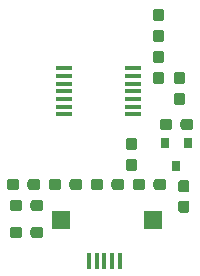
<source format=gbr>
%TF.GenerationSoftware,KiCad,Pcbnew,5.1.2*%
%TF.CreationDate,2019-09-03T08:08:03+08:00*%
%TF.ProjectId,stm32l011d4p6,73746d33-326c-4303-9131-643470362e6b,rev?*%
%TF.SameCoordinates,Original*%
%TF.FileFunction,Paste,Top*%
%TF.FilePolarity,Positive*%
%FSLAX46Y46*%
G04 Gerber Fmt 4.6, Leading zero omitted, Abs format (unit mm)*
G04 Created by KiCad (PCBNEW 5.1.2) date 2019-09-03 08:08:03*
%MOMM*%
%LPD*%
G04 APERTURE LIST*
%ADD10R,0.800000X0.900000*%
%ADD11R,1.450000X0.450000*%
%ADD12R,1.500000X1.500000*%
%ADD13C,0.350000*%
%ADD14C,0.950000*%
%ADD15R,0.400000X1.350000*%
G04 APERTURE END LIST*
D10*
X161290000Y-78470000D03*
X160340000Y-76470000D03*
X162240000Y-76470000D03*
D11*
X157636000Y-70186000D03*
X157636000Y-70836000D03*
X157636000Y-71486000D03*
X157636000Y-72136000D03*
X157636000Y-72786000D03*
X157636000Y-73436000D03*
X157636000Y-74086000D03*
X151736000Y-74086000D03*
X151736000Y-73436000D03*
X151736000Y-72786000D03*
X151736000Y-72136000D03*
X151736000Y-71486000D03*
X151736000Y-70836000D03*
X151736000Y-70186000D03*
D12*
X159348000Y-83058000D03*
X151548000Y-83058000D03*
D13*
G36*
X156633779Y-79536144D02*
G01*
X156656834Y-79539563D01*
X156679443Y-79545227D01*
X156701387Y-79553079D01*
X156722457Y-79563044D01*
X156742448Y-79575026D01*
X156761168Y-79588910D01*
X156778438Y-79604562D01*
X156794090Y-79621832D01*
X156807974Y-79640552D01*
X156819956Y-79660543D01*
X156829921Y-79681613D01*
X156837773Y-79703557D01*
X156843437Y-79726166D01*
X156846856Y-79749221D01*
X156848000Y-79772500D01*
X156848000Y-80247500D01*
X156846856Y-80270779D01*
X156843437Y-80293834D01*
X156837773Y-80316443D01*
X156829921Y-80338387D01*
X156819956Y-80359457D01*
X156807974Y-80379448D01*
X156794090Y-80398168D01*
X156778438Y-80415438D01*
X156761168Y-80431090D01*
X156742448Y-80444974D01*
X156722457Y-80456956D01*
X156701387Y-80466921D01*
X156679443Y-80474773D01*
X156656834Y-80480437D01*
X156633779Y-80483856D01*
X156610500Y-80485000D01*
X156035500Y-80485000D01*
X156012221Y-80483856D01*
X155989166Y-80480437D01*
X155966557Y-80474773D01*
X155944613Y-80466921D01*
X155923543Y-80456956D01*
X155903552Y-80444974D01*
X155884832Y-80431090D01*
X155867562Y-80415438D01*
X155851910Y-80398168D01*
X155838026Y-80379448D01*
X155826044Y-80359457D01*
X155816079Y-80338387D01*
X155808227Y-80316443D01*
X155802563Y-80293834D01*
X155799144Y-80270779D01*
X155798000Y-80247500D01*
X155798000Y-79772500D01*
X155799144Y-79749221D01*
X155802563Y-79726166D01*
X155808227Y-79703557D01*
X155816079Y-79681613D01*
X155826044Y-79660543D01*
X155838026Y-79640552D01*
X155851910Y-79621832D01*
X155867562Y-79604562D01*
X155884832Y-79588910D01*
X155903552Y-79575026D01*
X155923543Y-79563044D01*
X155944613Y-79553079D01*
X155966557Y-79545227D01*
X155989166Y-79539563D01*
X156012221Y-79536144D01*
X156035500Y-79535000D01*
X156610500Y-79535000D01*
X156633779Y-79536144D01*
X156633779Y-79536144D01*
G37*
D14*
X156323000Y-80010000D03*
D13*
G36*
X154883779Y-79536144D02*
G01*
X154906834Y-79539563D01*
X154929443Y-79545227D01*
X154951387Y-79553079D01*
X154972457Y-79563044D01*
X154992448Y-79575026D01*
X155011168Y-79588910D01*
X155028438Y-79604562D01*
X155044090Y-79621832D01*
X155057974Y-79640552D01*
X155069956Y-79660543D01*
X155079921Y-79681613D01*
X155087773Y-79703557D01*
X155093437Y-79726166D01*
X155096856Y-79749221D01*
X155098000Y-79772500D01*
X155098000Y-80247500D01*
X155096856Y-80270779D01*
X155093437Y-80293834D01*
X155087773Y-80316443D01*
X155079921Y-80338387D01*
X155069956Y-80359457D01*
X155057974Y-80379448D01*
X155044090Y-80398168D01*
X155028438Y-80415438D01*
X155011168Y-80431090D01*
X154992448Y-80444974D01*
X154972457Y-80456956D01*
X154951387Y-80466921D01*
X154929443Y-80474773D01*
X154906834Y-80480437D01*
X154883779Y-80483856D01*
X154860500Y-80485000D01*
X154285500Y-80485000D01*
X154262221Y-80483856D01*
X154239166Y-80480437D01*
X154216557Y-80474773D01*
X154194613Y-80466921D01*
X154173543Y-80456956D01*
X154153552Y-80444974D01*
X154134832Y-80431090D01*
X154117562Y-80415438D01*
X154101910Y-80398168D01*
X154088026Y-80379448D01*
X154076044Y-80359457D01*
X154066079Y-80338387D01*
X154058227Y-80316443D01*
X154052563Y-80293834D01*
X154049144Y-80270779D01*
X154048000Y-80247500D01*
X154048000Y-79772500D01*
X154049144Y-79749221D01*
X154052563Y-79726166D01*
X154058227Y-79703557D01*
X154066079Y-79681613D01*
X154076044Y-79660543D01*
X154088026Y-79640552D01*
X154101910Y-79621832D01*
X154117562Y-79604562D01*
X154134832Y-79588910D01*
X154153552Y-79575026D01*
X154173543Y-79563044D01*
X154194613Y-79553079D01*
X154216557Y-79545227D01*
X154239166Y-79539563D01*
X154262221Y-79536144D01*
X154285500Y-79535000D01*
X154860500Y-79535000D01*
X154883779Y-79536144D01*
X154883779Y-79536144D01*
G37*
D14*
X154573000Y-80010000D03*
D13*
G36*
X151327779Y-79536144D02*
G01*
X151350834Y-79539563D01*
X151373443Y-79545227D01*
X151395387Y-79553079D01*
X151416457Y-79563044D01*
X151436448Y-79575026D01*
X151455168Y-79588910D01*
X151472438Y-79604562D01*
X151488090Y-79621832D01*
X151501974Y-79640552D01*
X151513956Y-79660543D01*
X151523921Y-79681613D01*
X151531773Y-79703557D01*
X151537437Y-79726166D01*
X151540856Y-79749221D01*
X151542000Y-79772500D01*
X151542000Y-80247500D01*
X151540856Y-80270779D01*
X151537437Y-80293834D01*
X151531773Y-80316443D01*
X151523921Y-80338387D01*
X151513956Y-80359457D01*
X151501974Y-80379448D01*
X151488090Y-80398168D01*
X151472438Y-80415438D01*
X151455168Y-80431090D01*
X151436448Y-80444974D01*
X151416457Y-80456956D01*
X151395387Y-80466921D01*
X151373443Y-80474773D01*
X151350834Y-80480437D01*
X151327779Y-80483856D01*
X151304500Y-80485000D01*
X150729500Y-80485000D01*
X150706221Y-80483856D01*
X150683166Y-80480437D01*
X150660557Y-80474773D01*
X150638613Y-80466921D01*
X150617543Y-80456956D01*
X150597552Y-80444974D01*
X150578832Y-80431090D01*
X150561562Y-80415438D01*
X150545910Y-80398168D01*
X150532026Y-80379448D01*
X150520044Y-80359457D01*
X150510079Y-80338387D01*
X150502227Y-80316443D01*
X150496563Y-80293834D01*
X150493144Y-80270779D01*
X150492000Y-80247500D01*
X150492000Y-79772500D01*
X150493144Y-79749221D01*
X150496563Y-79726166D01*
X150502227Y-79703557D01*
X150510079Y-79681613D01*
X150520044Y-79660543D01*
X150532026Y-79640552D01*
X150545910Y-79621832D01*
X150561562Y-79604562D01*
X150578832Y-79588910D01*
X150597552Y-79575026D01*
X150617543Y-79563044D01*
X150638613Y-79553079D01*
X150660557Y-79545227D01*
X150683166Y-79539563D01*
X150706221Y-79536144D01*
X150729500Y-79535000D01*
X151304500Y-79535000D01*
X151327779Y-79536144D01*
X151327779Y-79536144D01*
G37*
D14*
X151017000Y-80010000D03*
D13*
G36*
X153077779Y-79536144D02*
G01*
X153100834Y-79539563D01*
X153123443Y-79545227D01*
X153145387Y-79553079D01*
X153166457Y-79563044D01*
X153186448Y-79575026D01*
X153205168Y-79588910D01*
X153222438Y-79604562D01*
X153238090Y-79621832D01*
X153251974Y-79640552D01*
X153263956Y-79660543D01*
X153273921Y-79681613D01*
X153281773Y-79703557D01*
X153287437Y-79726166D01*
X153290856Y-79749221D01*
X153292000Y-79772500D01*
X153292000Y-80247500D01*
X153290856Y-80270779D01*
X153287437Y-80293834D01*
X153281773Y-80316443D01*
X153273921Y-80338387D01*
X153263956Y-80359457D01*
X153251974Y-80379448D01*
X153238090Y-80398168D01*
X153222438Y-80415438D01*
X153205168Y-80431090D01*
X153186448Y-80444974D01*
X153166457Y-80456956D01*
X153145387Y-80466921D01*
X153123443Y-80474773D01*
X153100834Y-80480437D01*
X153077779Y-80483856D01*
X153054500Y-80485000D01*
X152479500Y-80485000D01*
X152456221Y-80483856D01*
X152433166Y-80480437D01*
X152410557Y-80474773D01*
X152388613Y-80466921D01*
X152367543Y-80456956D01*
X152347552Y-80444974D01*
X152328832Y-80431090D01*
X152311562Y-80415438D01*
X152295910Y-80398168D01*
X152282026Y-80379448D01*
X152270044Y-80359457D01*
X152260079Y-80338387D01*
X152252227Y-80316443D01*
X152246563Y-80293834D01*
X152243144Y-80270779D01*
X152242000Y-80247500D01*
X152242000Y-79772500D01*
X152243144Y-79749221D01*
X152246563Y-79726166D01*
X152252227Y-79703557D01*
X152260079Y-79681613D01*
X152270044Y-79660543D01*
X152282026Y-79640552D01*
X152295910Y-79621832D01*
X152311562Y-79604562D01*
X152328832Y-79588910D01*
X152347552Y-79575026D01*
X152367543Y-79563044D01*
X152388613Y-79553079D01*
X152410557Y-79545227D01*
X152433166Y-79539563D01*
X152456221Y-79536144D01*
X152479500Y-79535000D01*
X153054500Y-79535000D01*
X153077779Y-79536144D01*
X153077779Y-79536144D01*
G37*
D14*
X152767000Y-80010000D03*
D13*
G36*
X149775779Y-83600144D02*
G01*
X149798834Y-83603563D01*
X149821443Y-83609227D01*
X149843387Y-83617079D01*
X149864457Y-83627044D01*
X149884448Y-83639026D01*
X149903168Y-83652910D01*
X149920438Y-83668562D01*
X149936090Y-83685832D01*
X149949974Y-83704552D01*
X149961956Y-83724543D01*
X149971921Y-83745613D01*
X149979773Y-83767557D01*
X149985437Y-83790166D01*
X149988856Y-83813221D01*
X149990000Y-83836500D01*
X149990000Y-84311500D01*
X149988856Y-84334779D01*
X149985437Y-84357834D01*
X149979773Y-84380443D01*
X149971921Y-84402387D01*
X149961956Y-84423457D01*
X149949974Y-84443448D01*
X149936090Y-84462168D01*
X149920438Y-84479438D01*
X149903168Y-84495090D01*
X149884448Y-84508974D01*
X149864457Y-84520956D01*
X149843387Y-84530921D01*
X149821443Y-84538773D01*
X149798834Y-84544437D01*
X149775779Y-84547856D01*
X149752500Y-84549000D01*
X149177500Y-84549000D01*
X149154221Y-84547856D01*
X149131166Y-84544437D01*
X149108557Y-84538773D01*
X149086613Y-84530921D01*
X149065543Y-84520956D01*
X149045552Y-84508974D01*
X149026832Y-84495090D01*
X149009562Y-84479438D01*
X148993910Y-84462168D01*
X148980026Y-84443448D01*
X148968044Y-84423457D01*
X148958079Y-84402387D01*
X148950227Y-84380443D01*
X148944563Y-84357834D01*
X148941144Y-84334779D01*
X148940000Y-84311500D01*
X148940000Y-83836500D01*
X148941144Y-83813221D01*
X148944563Y-83790166D01*
X148950227Y-83767557D01*
X148958079Y-83745613D01*
X148968044Y-83724543D01*
X148980026Y-83704552D01*
X148993910Y-83685832D01*
X149009562Y-83668562D01*
X149026832Y-83652910D01*
X149045552Y-83639026D01*
X149065543Y-83627044D01*
X149086613Y-83617079D01*
X149108557Y-83609227D01*
X149131166Y-83603563D01*
X149154221Y-83600144D01*
X149177500Y-83599000D01*
X149752500Y-83599000D01*
X149775779Y-83600144D01*
X149775779Y-83600144D01*
G37*
D14*
X149465000Y-84074000D03*
D13*
G36*
X148025779Y-83600144D02*
G01*
X148048834Y-83603563D01*
X148071443Y-83609227D01*
X148093387Y-83617079D01*
X148114457Y-83627044D01*
X148134448Y-83639026D01*
X148153168Y-83652910D01*
X148170438Y-83668562D01*
X148186090Y-83685832D01*
X148199974Y-83704552D01*
X148211956Y-83724543D01*
X148221921Y-83745613D01*
X148229773Y-83767557D01*
X148235437Y-83790166D01*
X148238856Y-83813221D01*
X148240000Y-83836500D01*
X148240000Y-84311500D01*
X148238856Y-84334779D01*
X148235437Y-84357834D01*
X148229773Y-84380443D01*
X148221921Y-84402387D01*
X148211956Y-84423457D01*
X148199974Y-84443448D01*
X148186090Y-84462168D01*
X148170438Y-84479438D01*
X148153168Y-84495090D01*
X148134448Y-84508974D01*
X148114457Y-84520956D01*
X148093387Y-84530921D01*
X148071443Y-84538773D01*
X148048834Y-84544437D01*
X148025779Y-84547856D01*
X148002500Y-84549000D01*
X147427500Y-84549000D01*
X147404221Y-84547856D01*
X147381166Y-84544437D01*
X147358557Y-84538773D01*
X147336613Y-84530921D01*
X147315543Y-84520956D01*
X147295552Y-84508974D01*
X147276832Y-84495090D01*
X147259562Y-84479438D01*
X147243910Y-84462168D01*
X147230026Y-84443448D01*
X147218044Y-84423457D01*
X147208079Y-84402387D01*
X147200227Y-84380443D01*
X147194563Y-84357834D01*
X147191144Y-84334779D01*
X147190000Y-84311500D01*
X147190000Y-83836500D01*
X147191144Y-83813221D01*
X147194563Y-83790166D01*
X147200227Y-83767557D01*
X147208079Y-83745613D01*
X147218044Y-83724543D01*
X147230026Y-83704552D01*
X147243910Y-83685832D01*
X147259562Y-83668562D01*
X147276832Y-83652910D01*
X147295552Y-83639026D01*
X147315543Y-83627044D01*
X147336613Y-83617079D01*
X147358557Y-83609227D01*
X147381166Y-83603563D01*
X147404221Y-83600144D01*
X147427500Y-83599000D01*
X148002500Y-83599000D01*
X148025779Y-83600144D01*
X148025779Y-83600144D01*
G37*
D14*
X147715000Y-84074000D03*
D13*
G36*
X157740779Y-77821144D02*
G01*
X157763834Y-77824563D01*
X157786443Y-77830227D01*
X157808387Y-77838079D01*
X157829457Y-77848044D01*
X157849448Y-77860026D01*
X157868168Y-77873910D01*
X157885438Y-77889562D01*
X157901090Y-77906832D01*
X157914974Y-77925552D01*
X157926956Y-77945543D01*
X157936921Y-77966613D01*
X157944773Y-77988557D01*
X157950437Y-78011166D01*
X157953856Y-78034221D01*
X157955000Y-78057500D01*
X157955000Y-78632500D01*
X157953856Y-78655779D01*
X157950437Y-78678834D01*
X157944773Y-78701443D01*
X157936921Y-78723387D01*
X157926956Y-78744457D01*
X157914974Y-78764448D01*
X157901090Y-78783168D01*
X157885438Y-78800438D01*
X157868168Y-78816090D01*
X157849448Y-78829974D01*
X157829457Y-78841956D01*
X157808387Y-78851921D01*
X157786443Y-78859773D01*
X157763834Y-78865437D01*
X157740779Y-78868856D01*
X157717500Y-78870000D01*
X157242500Y-78870000D01*
X157219221Y-78868856D01*
X157196166Y-78865437D01*
X157173557Y-78859773D01*
X157151613Y-78851921D01*
X157130543Y-78841956D01*
X157110552Y-78829974D01*
X157091832Y-78816090D01*
X157074562Y-78800438D01*
X157058910Y-78783168D01*
X157045026Y-78764448D01*
X157033044Y-78744457D01*
X157023079Y-78723387D01*
X157015227Y-78701443D01*
X157009563Y-78678834D01*
X157006144Y-78655779D01*
X157005000Y-78632500D01*
X157005000Y-78057500D01*
X157006144Y-78034221D01*
X157009563Y-78011166D01*
X157015227Y-77988557D01*
X157023079Y-77966613D01*
X157033044Y-77945543D01*
X157045026Y-77925552D01*
X157058910Y-77906832D01*
X157074562Y-77889562D01*
X157091832Y-77873910D01*
X157110552Y-77860026D01*
X157130543Y-77848044D01*
X157151613Y-77838079D01*
X157173557Y-77830227D01*
X157196166Y-77824563D01*
X157219221Y-77821144D01*
X157242500Y-77820000D01*
X157717500Y-77820000D01*
X157740779Y-77821144D01*
X157740779Y-77821144D01*
G37*
D14*
X157480000Y-78345000D03*
D13*
G36*
X157740779Y-76071144D02*
G01*
X157763834Y-76074563D01*
X157786443Y-76080227D01*
X157808387Y-76088079D01*
X157829457Y-76098044D01*
X157849448Y-76110026D01*
X157868168Y-76123910D01*
X157885438Y-76139562D01*
X157901090Y-76156832D01*
X157914974Y-76175552D01*
X157926956Y-76195543D01*
X157936921Y-76216613D01*
X157944773Y-76238557D01*
X157950437Y-76261166D01*
X157953856Y-76284221D01*
X157955000Y-76307500D01*
X157955000Y-76882500D01*
X157953856Y-76905779D01*
X157950437Y-76928834D01*
X157944773Y-76951443D01*
X157936921Y-76973387D01*
X157926956Y-76994457D01*
X157914974Y-77014448D01*
X157901090Y-77033168D01*
X157885438Y-77050438D01*
X157868168Y-77066090D01*
X157849448Y-77079974D01*
X157829457Y-77091956D01*
X157808387Y-77101921D01*
X157786443Y-77109773D01*
X157763834Y-77115437D01*
X157740779Y-77118856D01*
X157717500Y-77120000D01*
X157242500Y-77120000D01*
X157219221Y-77118856D01*
X157196166Y-77115437D01*
X157173557Y-77109773D01*
X157151613Y-77101921D01*
X157130543Y-77091956D01*
X157110552Y-77079974D01*
X157091832Y-77066090D01*
X157074562Y-77050438D01*
X157058910Y-77033168D01*
X157045026Y-77014448D01*
X157033044Y-76994457D01*
X157023079Y-76973387D01*
X157015227Y-76951443D01*
X157009563Y-76928834D01*
X157006144Y-76905779D01*
X157005000Y-76882500D01*
X157005000Y-76307500D01*
X157006144Y-76284221D01*
X157009563Y-76261166D01*
X157015227Y-76238557D01*
X157023079Y-76216613D01*
X157033044Y-76195543D01*
X157045026Y-76175552D01*
X157058910Y-76156832D01*
X157074562Y-76139562D01*
X157091832Y-76123910D01*
X157110552Y-76110026D01*
X157130543Y-76098044D01*
X157151613Y-76088079D01*
X157173557Y-76080227D01*
X157196166Y-76074563D01*
X157219221Y-76071144D01*
X157242500Y-76070000D01*
X157717500Y-76070000D01*
X157740779Y-76071144D01*
X157740779Y-76071144D01*
G37*
D14*
X157480000Y-76595000D03*
D15*
X156494000Y-86534000D03*
X155844000Y-86534000D03*
X155194000Y-86534000D03*
X154544000Y-86534000D03*
X153894000Y-86534000D03*
D13*
G36*
X158439779Y-79536144D02*
G01*
X158462834Y-79539563D01*
X158485443Y-79545227D01*
X158507387Y-79553079D01*
X158528457Y-79563044D01*
X158548448Y-79575026D01*
X158567168Y-79588910D01*
X158584438Y-79604562D01*
X158600090Y-79621832D01*
X158613974Y-79640552D01*
X158625956Y-79660543D01*
X158635921Y-79681613D01*
X158643773Y-79703557D01*
X158649437Y-79726166D01*
X158652856Y-79749221D01*
X158654000Y-79772500D01*
X158654000Y-80247500D01*
X158652856Y-80270779D01*
X158649437Y-80293834D01*
X158643773Y-80316443D01*
X158635921Y-80338387D01*
X158625956Y-80359457D01*
X158613974Y-80379448D01*
X158600090Y-80398168D01*
X158584438Y-80415438D01*
X158567168Y-80431090D01*
X158548448Y-80444974D01*
X158528457Y-80456956D01*
X158507387Y-80466921D01*
X158485443Y-80474773D01*
X158462834Y-80480437D01*
X158439779Y-80483856D01*
X158416500Y-80485000D01*
X157841500Y-80485000D01*
X157818221Y-80483856D01*
X157795166Y-80480437D01*
X157772557Y-80474773D01*
X157750613Y-80466921D01*
X157729543Y-80456956D01*
X157709552Y-80444974D01*
X157690832Y-80431090D01*
X157673562Y-80415438D01*
X157657910Y-80398168D01*
X157644026Y-80379448D01*
X157632044Y-80359457D01*
X157622079Y-80338387D01*
X157614227Y-80316443D01*
X157608563Y-80293834D01*
X157605144Y-80270779D01*
X157604000Y-80247500D01*
X157604000Y-79772500D01*
X157605144Y-79749221D01*
X157608563Y-79726166D01*
X157614227Y-79703557D01*
X157622079Y-79681613D01*
X157632044Y-79660543D01*
X157644026Y-79640552D01*
X157657910Y-79621832D01*
X157673562Y-79604562D01*
X157690832Y-79588910D01*
X157709552Y-79575026D01*
X157729543Y-79563044D01*
X157750613Y-79553079D01*
X157772557Y-79545227D01*
X157795166Y-79539563D01*
X157818221Y-79536144D01*
X157841500Y-79535000D01*
X158416500Y-79535000D01*
X158439779Y-79536144D01*
X158439779Y-79536144D01*
G37*
D14*
X158129000Y-80010000D03*
D13*
G36*
X160189779Y-79536144D02*
G01*
X160212834Y-79539563D01*
X160235443Y-79545227D01*
X160257387Y-79553079D01*
X160278457Y-79563044D01*
X160298448Y-79575026D01*
X160317168Y-79588910D01*
X160334438Y-79604562D01*
X160350090Y-79621832D01*
X160363974Y-79640552D01*
X160375956Y-79660543D01*
X160385921Y-79681613D01*
X160393773Y-79703557D01*
X160399437Y-79726166D01*
X160402856Y-79749221D01*
X160404000Y-79772500D01*
X160404000Y-80247500D01*
X160402856Y-80270779D01*
X160399437Y-80293834D01*
X160393773Y-80316443D01*
X160385921Y-80338387D01*
X160375956Y-80359457D01*
X160363974Y-80379448D01*
X160350090Y-80398168D01*
X160334438Y-80415438D01*
X160317168Y-80431090D01*
X160298448Y-80444974D01*
X160278457Y-80456956D01*
X160257387Y-80466921D01*
X160235443Y-80474773D01*
X160212834Y-80480437D01*
X160189779Y-80483856D01*
X160166500Y-80485000D01*
X159591500Y-80485000D01*
X159568221Y-80483856D01*
X159545166Y-80480437D01*
X159522557Y-80474773D01*
X159500613Y-80466921D01*
X159479543Y-80456956D01*
X159459552Y-80444974D01*
X159440832Y-80431090D01*
X159423562Y-80415438D01*
X159407910Y-80398168D01*
X159394026Y-80379448D01*
X159382044Y-80359457D01*
X159372079Y-80338387D01*
X159364227Y-80316443D01*
X159358563Y-80293834D01*
X159355144Y-80270779D01*
X159354000Y-80247500D01*
X159354000Y-79772500D01*
X159355144Y-79749221D01*
X159358563Y-79726166D01*
X159364227Y-79703557D01*
X159372079Y-79681613D01*
X159382044Y-79660543D01*
X159394026Y-79640552D01*
X159407910Y-79621832D01*
X159423562Y-79604562D01*
X159440832Y-79588910D01*
X159459552Y-79575026D01*
X159479543Y-79563044D01*
X159500613Y-79553079D01*
X159522557Y-79545227D01*
X159545166Y-79539563D01*
X159568221Y-79536144D01*
X159591500Y-79535000D01*
X160166500Y-79535000D01*
X160189779Y-79536144D01*
X160189779Y-79536144D01*
G37*
D14*
X159879000Y-80010000D03*
D13*
G36*
X149521779Y-79536144D02*
G01*
X149544834Y-79539563D01*
X149567443Y-79545227D01*
X149589387Y-79553079D01*
X149610457Y-79563044D01*
X149630448Y-79575026D01*
X149649168Y-79588910D01*
X149666438Y-79604562D01*
X149682090Y-79621832D01*
X149695974Y-79640552D01*
X149707956Y-79660543D01*
X149717921Y-79681613D01*
X149725773Y-79703557D01*
X149731437Y-79726166D01*
X149734856Y-79749221D01*
X149736000Y-79772500D01*
X149736000Y-80247500D01*
X149734856Y-80270779D01*
X149731437Y-80293834D01*
X149725773Y-80316443D01*
X149717921Y-80338387D01*
X149707956Y-80359457D01*
X149695974Y-80379448D01*
X149682090Y-80398168D01*
X149666438Y-80415438D01*
X149649168Y-80431090D01*
X149630448Y-80444974D01*
X149610457Y-80456956D01*
X149589387Y-80466921D01*
X149567443Y-80474773D01*
X149544834Y-80480437D01*
X149521779Y-80483856D01*
X149498500Y-80485000D01*
X148923500Y-80485000D01*
X148900221Y-80483856D01*
X148877166Y-80480437D01*
X148854557Y-80474773D01*
X148832613Y-80466921D01*
X148811543Y-80456956D01*
X148791552Y-80444974D01*
X148772832Y-80431090D01*
X148755562Y-80415438D01*
X148739910Y-80398168D01*
X148726026Y-80379448D01*
X148714044Y-80359457D01*
X148704079Y-80338387D01*
X148696227Y-80316443D01*
X148690563Y-80293834D01*
X148687144Y-80270779D01*
X148686000Y-80247500D01*
X148686000Y-79772500D01*
X148687144Y-79749221D01*
X148690563Y-79726166D01*
X148696227Y-79703557D01*
X148704079Y-79681613D01*
X148714044Y-79660543D01*
X148726026Y-79640552D01*
X148739910Y-79621832D01*
X148755562Y-79604562D01*
X148772832Y-79588910D01*
X148791552Y-79575026D01*
X148811543Y-79563044D01*
X148832613Y-79553079D01*
X148854557Y-79545227D01*
X148877166Y-79539563D01*
X148900221Y-79536144D01*
X148923500Y-79535000D01*
X149498500Y-79535000D01*
X149521779Y-79536144D01*
X149521779Y-79536144D01*
G37*
D14*
X149211000Y-80010000D03*
D13*
G36*
X147771779Y-79536144D02*
G01*
X147794834Y-79539563D01*
X147817443Y-79545227D01*
X147839387Y-79553079D01*
X147860457Y-79563044D01*
X147880448Y-79575026D01*
X147899168Y-79588910D01*
X147916438Y-79604562D01*
X147932090Y-79621832D01*
X147945974Y-79640552D01*
X147957956Y-79660543D01*
X147967921Y-79681613D01*
X147975773Y-79703557D01*
X147981437Y-79726166D01*
X147984856Y-79749221D01*
X147986000Y-79772500D01*
X147986000Y-80247500D01*
X147984856Y-80270779D01*
X147981437Y-80293834D01*
X147975773Y-80316443D01*
X147967921Y-80338387D01*
X147957956Y-80359457D01*
X147945974Y-80379448D01*
X147932090Y-80398168D01*
X147916438Y-80415438D01*
X147899168Y-80431090D01*
X147880448Y-80444974D01*
X147860457Y-80456956D01*
X147839387Y-80466921D01*
X147817443Y-80474773D01*
X147794834Y-80480437D01*
X147771779Y-80483856D01*
X147748500Y-80485000D01*
X147173500Y-80485000D01*
X147150221Y-80483856D01*
X147127166Y-80480437D01*
X147104557Y-80474773D01*
X147082613Y-80466921D01*
X147061543Y-80456956D01*
X147041552Y-80444974D01*
X147022832Y-80431090D01*
X147005562Y-80415438D01*
X146989910Y-80398168D01*
X146976026Y-80379448D01*
X146964044Y-80359457D01*
X146954079Y-80338387D01*
X146946227Y-80316443D01*
X146940563Y-80293834D01*
X146937144Y-80270779D01*
X146936000Y-80247500D01*
X146936000Y-79772500D01*
X146937144Y-79749221D01*
X146940563Y-79726166D01*
X146946227Y-79703557D01*
X146954079Y-79681613D01*
X146964044Y-79660543D01*
X146976026Y-79640552D01*
X146989910Y-79621832D01*
X147005562Y-79604562D01*
X147022832Y-79588910D01*
X147041552Y-79575026D01*
X147061543Y-79563044D01*
X147082613Y-79553079D01*
X147104557Y-79545227D01*
X147127166Y-79539563D01*
X147150221Y-79536144D01*
X147173500Y-79535000D01*
X147748500Y-79535000D01*
X147771779Y-79536144D01*
X147771779Y-79536144D01*
G37*
D14*
X147461000Y-80010000D03*
D13*
G36*
X162475779Y-74456144D02*
G01*
X162498834Y-74459563D01*
X162521443Y-74465227D01*
X162543387Y-74473079D01*
X162564457Y-74483044D01*
X162584448Y-74495026D01*
X162603168Y-74508910D01*
X162620438Y-74524562D01*
X162636090Y-74541832D01*
X162649974Y-74560552D01*
X162661956Y-74580543D01*
X162671921Y-74601613D01*
X162679773Y-74623557D01*
X162685437Y-74646166D01*
X162688856Y-74669221D01*
X162690000Y-74692500D01*
X162690000Y-75167500D01*
X162688856Y-75190779D01*
X162685437Y-75213834D01*
X162679773Y-75236443D01*
X162671921Y-75258387D01*
X162661956Y-75279457D01*
X162649974Y-75299448D01*
X162636090Y-75318168D01*
X162620438Y-75335438D01*
X162603168Y-75351090D01*
X162584448Y-75364974D01*
X162564457Y-75376956D01*
X162543387Y-75386921D01*
X162521443Y-75394773D01*
X162498834Y-75400437D01*
X162475779Y-75403856D01*
X162452500Y-75405000D01*
X161877500Y-75405000D01*
X161854221Y-75403856D01*
X161831166Y-75400437D01*
X161808557Y-75394773D01*
X161786613Y-75386921D01*
X161765543Y-75376956D01*
X161745552Y-75364974D01*
X161726832Y-75351090D01*
X161709562Y-75335438D01*
X161693910Y-75318168D01*
X161680026Y-75299448D01*
X161668044Y-75279457D01*
X161658079Y-75258387D01*
X161650227Y-75236443D01*
X161644563Y-75213834D01*
X161641144Y-75190779D01*
X161640000Y-75167500D01*
X161640000Y-74692500D01*
X161641144Y-74669221D01*
X161644563Y-74646166D01*
X161650227Y-74623557D01*
X161658079Y-74601613D01*
X161668044Y-74580543D01*
X161680026Y-74560552D01*
X161693910Y-74541832D01*
X161709562Y-74524562D01*
X161726832Y-74508910D01*
X161745552Y-74495026D01*
X161765543Y-74483044D01*
X161786613Y-74473079D01*
X161808557Y-74465227D01*
X161831166Y-74459563D01*
X161854221Y-74456144D01*
X161877500Y-74455000D01*
X162452500Y-74455000D01*
X162475779Y-74456144D01*
X162475779Y-74456144D01*
G37*
D14*
X162165000Y-74930000D03*
D13*
G36*
X160725779Y-74456144D02*
G01*
X160748834Y-74459563D01*
X160771443Y-74465227D01*
X160793387Y-74473079D01*
X160814457Y-74483044D01*
X160834448Y-74495026D01*
X160853168Y-74508910D01*
X160870438Y-74524562D01*
X160886090Y-74541832D01*
X160899974Y-74560552D01*
X160911956Y-74580543D01*
X160921921Y-74601613D01*
X160929773Y-74623557D01*
X160935437Y-74646166D01*
X160938856Y-74669221D01*
X160940000Y-74692500D01*
X160940000Y-75167500D01*
X160938856Y-75190779D01*
X160935437Y-75213834D01*
X160929773Y-75236443D01*
X160921921Y-75258387D01*
X160911956Y-75279457D01*
X160899974Y-75299448D01*
X160886090Y-75318168D01*
X160870438Y-75335438D01*
X160853168Y-75351090D01*
X160834448Y-75364974D01*
X160814457Y-75376956D01*
X160793387Y-75386921D01*
X160771443Y-75394773D01*
X160748834Y-75400437D01*
X160725779Y-75403856D01*
X160702500Y-75405000D01*
X160127500Y-75405000D01*
X160104221Y-75403856D01*
X160081166Y-75400437D01*
X160058557Y-75394773D01*
X160036613Y-75386921D01*
X160015543Y-75376956D01*
X159995552Y-75364974D01*
X159976832Y-75351090D01*
X159959562Y-75335438D01*
X159943910Y-75318168D01*
X159930026Y-75299448D01*
X159918044Y-75279457D01*
X159908079Y-75258387D01*
X159900227Y-75236443D01*
X159894563Y-75213834D01*
X159891144Y-75190779D01*
X159890000Y-75167500D01*
X159890000Y-74692500D01*
X159891144Y-74669221D01*
X159894563Y-74646166D01*
X159900227Y-74623557D01*
X159908079Y-74601613D01*
X159918044Y-74580543D01*
X159930026Y-74560552D01*
X159943910Y-74541832D01*
X159959562Y-74524562D01*
X159976832Y-74508910D01*
X159995552Y-74495026D01*
X160015543Y-74483044D01*
X160036613Y-74473079D01*
X160058557Y-74465227D01*
X160081166Y-74459563D01*
X160104221Y-74456144D01*
X160127500Y-74455000D01*
X160702500Y-74455000D01*
X160725779Y-74456144D01*
X160725779Y-74456144D01*
G37*
D14*
X160415000Y-74930000D03*
D13*
G36*
X162185779Y-79627144D02*
G01*
X162208834Y-79630563D01*
X162231443Y-79636227D01*
X162253387Y-79644079D01*
X162274457Y-79654044D01*
X162294448Y-79666026D01*
X162313168Y-79679910D01*
X162330438Y-79695562D01*
X162346090Y-79712832D01*
X162359974Y-79731552D01*
X162371956Y-79751543D01*
X162381921Y-79772613D01*
X162389773Y-79794557D01*
X162395437Y-79817166D01*
X162398856Y-79840221D01*
X162400000Y-79863500D01*
X162400000Y-80438500D01*
X162398856Y-80461779D01*
X162395437Y-80484834D01*
X162389773Y-80507443D01*
X162381921Y-80529387D01*
X162371956Y-80550457D01*
X162359974Y-80570448D01*
X162346090Y-80589168D01*
X162330438Y-80606438D01*
X162313168Y-80622090D01*
X162294448Y-80635974D01*
X162274457Y-80647956D01*
X162253387Y-80657921D01*
X162231443Y-80665773D01*
X162208834Y-80671437D01*
X162185779Y-80674856D01*
X162162500Y-80676000D01*
X161687500Y-80676000D01*
X161664221Y-80674856D01*
X161641166Y-80671437D01*
X161618557Y-80665773D01*
X161596613Y-80657921D01*
X161575543Y-80647956D01*
X161555552Y-80635974D01*
X161536832Y-80622090D01*
X161519562Y-80606438D01*
X161503910Y-80589168D01*
X161490026Y-80570448D01*
X161478044Y-80550457D01*
X161468079Y-80529387D01*
X161460227Y-80507443D01*
X161454563Y-80484834D01*
X161451144Y-80461779D01*
X161450000Y-80438500D01*
X161450000Y-79863500D01*
X161451144Y-79840221D01*
X161454563Y-79817166D01*
X161460227Y-79794557D01*
X161468079Y-79772613D01*
X161478044Y-79751543D01*
X161490026Y-79731552D01*
X161503910Y-79712832D01*
X161519562Y-79695562D01*
X161536832Y-79679910D01*
X161555552Y-79666026D01*
X161575543Y-79654044D01*
X161596613Y-79644079D01*
X161618557Y-79636227D01*
X161641166Y-79630563D01*
X161664221Y-79627144D01*
X161687500Y-79626000D01*
X162162500Y-79626000D01*
X162185779Y-79627144D01*
X162185779Y-79627144D01*
G37*
D14*
X161925000Y-80151000D03*
D13*
G36*
X162185779Y-81377144D02*
G01*
X162208834Y-81380563D01*
X162231443Y-81386227D01*
X162253387Y-81394079D01*
X162274457Y-81404044D01*
X162294448Y-81416026D01*
X162313168Y-81429910D01*
X162330438Y-81445562D01*
X162346090Y-81462832D01*
X162359974Y-81481552D01*
X162371956Y-81501543D01*
X162381921Y-81522613D01*
X162389773Y-81544557D01*
X162395437Y-81567166D01*
X162398856Y-81590221D01*
X162400000Y-81613500D01*
X162400000Y-82188500D01*
X162398856Y-82211779D01*
X162395437Y-82234834D01*
X162389773Y-82257443D01*
X162381921Y-82279387D01*
X162371956Y-82300457D01*
X162359974Y-82320448D01*
X162346090Y-82339168D01*
X162330438Y-82356438D01*
X162313168Y-82372090D01*
X162294448Y-82385974D01*
X162274457Y-82397956D01*
X162253387Y-82407921D01*
X162231443Y-82415773D01*
X162208834Y-82421437D01*
X162185779Y-82424856D01*
X162162500Y-82426000D01*
X161687500Y-82426000D01*
X161664221Y-82424856D01*
X161641166Y-82421437D01*
X161618557Y-82415773D01*
X161596613Y-82407921D01*
X161575543Y-82397956D01*
X161555552Y-82385974D01*
X161536832Y-82372090D01*
X161519562Y-82356438D01*
X161503910Y-82339168D01*
X161490026Y-82320448D01*
X161478044Y-82300457D01*
X161468079Y-82279387D01*
X161460227Y-82257443D01*
X161454563Y-82234834D01*
X161451144Y-82211779D01*
X161450000Y-82188500D01*
X161450000Y-81613500D01*
X161451144Y-81590221D01*
X161454563Y-81567166D01*
X161460227Y-81544557D01*
X161468079Y-81522613D01*
X161478044Y-81501543D01*
X161490026Y-81481552D01*
X161503910Y-81462832D01*
X161519562Y-81445562D01*
X161536832Y-81429910D01*
X161555552Y-81416026D01*
X161575543Y-81404044D01*
X161596613Y-81394079D01*
X161618557Y-81386227D01*
X161641166Y-81380563D01*
X161664221Y-81377144D01*
X161687500Y-81376000D01*
X162162500Y-81376000D01*
X162185779Y-81377144D01*
X162185779Y-81377144D01*
G37*
D14*
X161925000Y-81901000D03*
D13*
G36*
X148025779Y-81314144D02*
G01*
X148048834Y-81317563D01*
X148071443Y-81323227D01*
X148093387Y-81331079D01*
X148114457Y-81341044D01*
X148134448Y-81353026D01*
X148153168Y-81366910D01*
X148170438Y-81382562D01*
X148186090Y-81399832D01*
X148199974Y-81418552D01*
X148211956Y-81438543D01*
X148221921Y-81459613D01*
X148229773Y-81481557D01*
X148235437Y-81504166D01*
X148238856Y-81527221D01*
X148240000Y-81550500D01*
X148240000Y-82025500D01*
X148238856Y-82048779D01*
X148235437Y-82071834D01*
X148229773Y-82094443D01*
X148221921Y-82116387D01*
X148211956Y-82137457D01*
X148199974Y-82157448D01*
X148186090Y-82176168D01*
X148170438Y-82193438D01*
X148153168Y-82209090D01*
X148134448Y-82222974D01*
X148114457Y-82234956D01*
X148093387Y-82244921D01*
X148071443Y-82252773D01*
X148048834Y-82258437D01*
X148025779Y-82261856D01*
X148002500Y-82263000D01*
X147427500Y-82263000D01*
X147404221Y-82261856D01*
X147381166Y-82258437D01*
X147358557Y-82252773D01*
X147336613Y-82244921D01*
X147315543Y-82234956D01*
X147295552Y-82222974D01*
X147276832Y-82209090D01*
X147259562Y-82193438D01*
X147243910Y-82176168D01*
X147230026Y-82157448D01*
X147218044Y-82137457D01*
X147208079Y-82116387D01*
X147200227Y-82094443D01*
X147194563Y-82071834D01*
X147191144Y-82048779D01*
X147190000Y-82025500D01*
X147190000Y-81550500D01*
X147191144Y-81527221D01*
X147194563Y-81504166D01*
X147200227Y-81481557D01*
X147208079Y-81459613D01*
X147218044Y-81438543D01*
X147230026Y-81418552D01*
X147243910Y-81399832D01*
X147259562Y-81382562D01*
X147276832Y-81366910D01*
X147295552Y-81353026D01*
X147315543Y-81341044D01*
X147336613Y-81331079D01*
X147358557Y-81323227D01*
X147381166Y-81317563D01*
X147404221Y-81314144D01*
X147427500Y-81313000D01*
X148002500Y-81313000D01*
X148025779Y-81314144D01*
X148025779Y-81314144D01*
G37*
D14*
X147715000Y-81788000D03*
D13*
G36*
X149775779Y-81314144D02*
G01*
X149798834Y-81317563D01*
X149821443Y-81323227D01*
X149843387Y-81331079D01*
X149864457Y-81341044D01*
X149884448Y-81353026D01*
X149903168Y-81366910D01*
X149920438Y-81382562D01*
X149936090Y-81399832D01*
X149949974Y-81418552D01*
X149961956Y-81438543D01*
X149971921Y-81459613D01*
X149979773Y-81481557D01*
X149985437Y-81504166D01*
X149988856Y-81527221D01*
X149990000Y-81550500D01*
X149990000Y-82025500D01*
X149988856Y-82048779D01*
X149985437Y-82071834D01*
X149979773Y-82094443D01*
X149971921Y-82116387D01*
X149961956Y-82137457D01*
X149949974Y-82157448D01*
X149936090Y-82176168D01*
X149920438Y-82193438D01*
X149903168Y-82209090D01*
X149884448Y-82222974D01*
X149864457Y-82234956D01*
X149843387Y-82244921D01*
X149821443Y-82252773D01*
X149798834Y-82258437D01*
X149775779Y-82261856D01*
X149752500Y-82263000D01*
X149177500Y-82263000D01*
X149154221Y-82261856D01*
X149131166Y-82258437D01*
X149108557Y-82252773D01*
X149086613Y-82244921D01*
X149065543Y-82234956D01*
X149045552Y-82222974D01*
X149026832Y-82209090D01*
X149009562Y-82193438D01*
X148993910Y-82176168D01*
X148980026Y-82157448D01*
X148968044Y-82137457D01*
X148958079Y-82116387D01*
X148950227Y-82094443D01*
X148944563Y-82071834D01*
X148941144Y-82048779D01*
X148940000Y-82025500D01*
X148940000Y-81550500D01*
X148941144Y-81527221D01*
X148944563Y-81504166D01*
X148950227Y-81481557D01*
X148958079Y-81459613D01*
X148968044Y-81438543D01*
X148980026Y-81418552D01*
X148993910Y-81399832D01*
X149009562Y-81382562D01*
X149026832Y-81366910D01*
X149045552Y-81353026D01*
X149065543Y-81341044D01*
X149086613Y-81331079D01*
X149108557Y-81323227D01*
X149131166Y-81317563D01*
X149154221Y-81314144D01*
X149177500Y-81313000D01*
X149752500Y-81313000D01*
X149775779Y-81314144D01*
X149775779Y-81314144D01*
G37*
D14*
X149465000Y-81788000D03*
D13*
G36*
X160026779Y-68705144D02*
G01*
X160049834Y-68708563D01*
X160072443Y-68714227D01*
X160094387Y-68722079D01*
X160115457Y-68732044D01*
X160135448Y-68744026D01*
X160154168Y-68757910D01*
X160171438Y-68773562D01*
X160187090Y-68790832D01*
X160200974Y-68809552D01*
X160212956Y-68829543D01*
X160222921Y-68850613D01*
X160230773Y-68872557D01*
X160236437Y-68895166D01*
X160239856Y-68918221D01*
X160241000Y-68941500D01*
X160241000Y-69516500D01*
X160239856Y-69539779D01*
X160236437Y-69562834D01*
X160230773Y-69585443D01*
X160222921Y-69607387D01*
X160212956Y-69628457D01*
X160200974Y-69648448D01*
X160187090Y-69667168D01*
X160171438Y-69684438D01*
X160154168Y-69700090D01*
X160135448Y-69713974D01*
X160115457Y-69725956D01*
X160094387Y-69735921D01*
X160072443Y-69743773D01*
X160049834Y-69749437D01*
X160026779Y-69752856D01*
X160003500Y-69754000D01*
X159528500Y-69754000D01*
X159505221Y-69752856D01*
X159482166Y-69749437D01*
X159459557Y-69743773D01*
X159437613Y-69735921D01*
X159416543Y-69725956D01*
X159396552Y-69713974D01*
X159377832Y-69700090D01*
X159360562Y-69684438D01*
X159344910Y-69667168D01*
X159331026Y-69648448D01*
X159319044Y-69628457D01*
X159309079Y-69607387D01*
X159301227Y-69585443D01*
X159295563Y-69562834D01*
X159292144Y-69539779D01*
X159291000Y-69516500D01*
X159291000Y-68941500D01*
X159292144Y-68918221D01*
X159295563Y-68895166D01*
X159301227Y-68872557D01*
X159309079Y-68850613D01*
X159319044Y-68829543D01*
X159331026Y-68809552D01*
X159344910Y-68790832D01*
X159360562Y-68773562D01*
X159377832Y-68757910D01*
X159396552Y-68744026D01*
X159416543Y-68732044D01*
X159437613Y-68722079D01*
X159459557Y-68714227D01*
X159482166Y-68708563D01*
X159505221Y-68705144D01*
X159528500Y-68704000D01*
X160003500Y-68704000D01*
X160026779Y-68705144D01*
X160026779Y-68705144D01*
G37*
D14*
X159766000Y-69229000D03*
D13*
G36*
X160026779Y-70455144D02*
G01*
X160049834Y-70458563D01*
X160072443Y-70464227D01*
X160094387Y-70472079D01*
X160115457Y-70482044D01*
X160135448Y-70494026D01*
X160154168Y-70507910D01*
X160171438Y-70523562D01*
X160187090Y-70540832D01*
X160200974Y-70559552D01*
X160212956Y-70579543D01*
X160222921Y-70600613D01*
X160230773Y-70622557D01*
X160236437Y-70645166D01*
X160239856Y-70668221D01*
X160241000Y-70691500D01*
X160241000Y-71266500D01*
X160239856Y-71289779D01*
X160236437Y-71312834D01*
X160230773Y-71335443D01*
X160222921Y-71357387D01*
X160212956Y-71378457D01*
X160200974Y-71398448D01*
X160187090Y-71417168D01*
X160171438Y-71434438D01*
X160154168Y-71450090D01*
X160135448Y-71463974D01*
X160115457Y-71475956D01*
X160094387Y-71485921D01*
X160072443Y-71493773D01*
X160049834Y-71499437D01*
X160026779Y-71502856D01*
X160003500Y-71504000D01*
X159528500Y-71504000D01*
X159505221Y-71502856D01*
X159482166Y-71499437D01*
X159459557Y-71493773D01*
X159437613Y-71485921D01*
X159416543Y-71475956D01*
X159396552Y-71463974D01*
X159377832Y-71450090D01*
X159360562Y-71434438D01*
X159344910Y-71417168D01*
X159331026Y-71398448D01*
X159319044Y-71378457D01*
X159309079Y-71357387D01*
X159301227Y-71335443D01*
X159295563Y-71312834D01*
X159292144Y-71289779D01*
X159291000Y-71266500D01*
X159291000Y-70691500D01*
X159292144Y-70668221D01*
X159295563Y-70645166D01*
X159301227Y-70622557D01*
X159309079Y-70600613D01*
X159319044Y-70579543D01*
X159331026Y-70559552D01*
X159344910Y-70540832D01*
X159360562Y-70523562D01*
X159377832Y-70507910D01*
X159396552Y-70494026D01*
X159416543Y-70482044D01*
X159437613Y-70472079D01*
X159459557Y-70464227D01*
X159482166Y-70458563D01*
X159505221Y-70455144D01*
X159528500Y-70454000D01*
X160003500Y-70454000D01*
X160026779Y-70455144D01*
X160026779Y-70455144D01*
G37*
D14*
X159766000Y-70979000D03*
D13*
G36*
X160026779Y-66899144D02*
G01*
X160049834Y-66902563D01*
X160072443Y-66908227D01*
X160094387Y-66916079D01*
X160115457Y-66926044D01*
X160135448Y-66938026D01*
X160154168Y-66951910D01*
X160171438Y-66967562D01*
X160187090Y-66984832D01*
X160200974Y-67003552D01*
X160212956Y-67023543D01*
X160222921Y-67044613D01*
X160230773Y-67066557D01*
X160236437Y-67089166D01*
X160239856Y-67112221D01*
X160241000Y-67135500D01*
X160241000Y-67710500D01*
X160239856Y-67733779D01*
X160236437Y-67756834D01*
X160230773Y-67779443D01*
X160222921Y-67801387D01*
X160212956Y-67822457D01*
X160200974Y-67842448D01*
X160187090Y-67861168D01*
X160171438Y-67878438D01*
X160154168Y-67894090D01*
X160135448Y-67907974D01*
X160115457Y-67919956D01*
X160094387Y-67929921D01*
X160072443Y-67937773D01*
X160049834Y-67943437D01*
X160026779Y-67946856D01*
X160003500Y-67948000D01*
X159528500Y-67948000D01*
X159505221Y-67946856D01*
X159482166Y-67943437D01*
X159459557Y-67937773D01*
X159437613Y-67929921D01*
X159416543Y-67919956D01*
X159396552Y-67907974D01*
X159377832Y-67894090D01*
X159360562Y-67878438D01*
X159344910Y-67861168D01*
X159331026Y-67842448D01*
X159319044Y-67822457D01*
X159309079Y-67801387D01*
X159301227Y-67779443D01*
X159295563Y-67756834D01*
X159292144Y-67733779D01*
X159291000Y-67710500D01*
X159291000Y-67135500D01*
X159292144Y-67112221D01*
X159295563Y-67089166D01*
X159301227Y-67066557D01*
X159309079Y-67044613D01*
X159319044Y-67023543D01*
X159331026Y-67003552D01*
X159344910Y-66984832D01*
X159360562Y-66967562D01*
X159377832Y-66951910D01*
X159396552Y-66938026D01*
X159416543Y-66926044D01*
X159437613Y-66916079D01*
X159459557Y-66908227D01*
X159482166Y-66902563D01*
X159505221Y-66899144D01*
X159528500Y-66898000D01*
X160003500Y-66898000D01*
X160026779Y-66899144D01*
X160026779Y-66899144D01*
G37*
D14*
X159766000Y-67423000D03*
D13*
G36*
X160026779Y-65149144D02*
G01*
X160049834Y-65152563D01*
X160072443Y-65158227D01*
X160094387Y-65166079D01*
X160115457Y-65176044D01*
X160135448Y-65188026D01*
X160154168Y-65201910D01*
X160171438Y-65217562D01*
X160187090Y-65234832D01*
X160200974Y-65253552D01*
X160212956Y-65273543D01*
X160222921Y-65294613D01*
X160230773Y-65316557D01*
X160236437Y-65339166D01*
X160239856Y-65362221D01*
X160241000Y-65385500D01*
X160241000Y-65960500D01*
X160239856Y-65983779D01*
X160236437Y-66006834D01*
X160230773Y-66029443D01*
X160222921Y-66051387D01*
X160212956Y-66072457D01*
X160200974Y-66092448D01*
X160187090Y-66111168D01*
X160171438Y-66128438D01*
X160154168Y-66144090D01*
X160135448Y-66157974D01*
X160115457Y-66169956D01*
X160094387Y-66179921D01*
X160072443Y-66187773D01*
X160049834Y-66193437D01*
X160026779Y-66196856D01*
X160003500Y-66198000D01*
X159528500Y-66198000D01*
X159505221Y-66196856D01*
X159482166Y-66193437D01*
X159459557Y-66187773D01*
X159437613Y-66179921D01*
X159416543Y-66169956D01*
X159396552Y-66157974D01*
X159377832Y-66144090D01*
X159360562Y-66128438D01*
X159344910Y-66111168D01*
X159331026Y-66092448D01*
X159319044Y-66072457D01*
X159309079Y-66051387D01*
X159301227Y-66029443D01*
X159295563Y-66006834D01*
X159292144Y-65983779D01*
X159291000Y-65960500D01*
X159291000Y-65385500D01*
X159292144Y-65362221D01*
X159295563Y-65339166D01*
X159301227Y-65316557D01*
X159309079Y-65294613D01*
X159319044Y-65273543D01*
X159331026Y-65253552D01*
X159344910Y-65234832D01*
X159360562Y-65217562D01*
X159377832Y-65201910D01*
X159396552Y-65188026D01*
X159416543Y-65176044D01*
X159437613Y-65166079D01*
X159459557Y-65158227D01*
X159482166Y-65152563D01*
X159505221Y-65149144D01*
X159528500Y-65148000D01*
X160003500Y-65148000D01*
X160026779Y-65149144D01*
X160026779Y-65149144D01*
G37*
D14*
X159766000Y-65673000D03*
D13*
G36*
X161804779Y-70483144D02*
G01*
X161827834Y-70486563D01*
X161850443Y-70492227D01*
X161872387Y-70500079D01*
X161893457Y-70510044D01*
X161913448Y-70522026D01*
X161932168Y-70535910D01*
X161949438Y-70551562D01*
X161965090Y-70568832D01*
X161978974Y-70587552D01*
X161990956Y-70607543D01*
X162000921Y-70628613D01*
X162008773Y-70650557D01*
X162014437Y-70673166D01*
X162017856Y-70696221D01*
X162019000Y-70719500D01*
X162019000Y-71294500D01*
X162017856Y-71317779D01*
X162014437Y-71340834D01*
X162008773Y-71363443D01*
X162000921Y-71385387D01*
X161990956Y-71406457D01*
X161978974Y-71426448D01*
X161965090Y-71445168D01*
X161949438Y-71462438D01*
X161932168Y-71478090D01*
X161913448Y-71491974D01*
X161893457Y-71503956D01*
X161872387Y-71513921D01*
X161850443Y-71521773D01*
X161827834Y-71527437D01*
X161804779Y-71530856D01*
X161781500Y-71532000D01*
X161306500Y-71532000D01*
X161283221Y-71530856D01*
X161260166Y-71527437D01*
X161237557Y-71521773D01*
X161215613Y-71513921D01*
X161194543Y-71503956D01*
X161174552Y-71491974D01*
X161155832Y-71478090D01*
X161138562Y-71462438D01*
X161122910Y-71445168D01*
X161109026Y-71426448D01*
X161097044Y-71406457D01*
X161087079Y-71385387D01*
X161079227Y-71363443D01*
X161073563Y-71340834D01*
X161070144Y-71317779D01*
X161069000Y-71294500D01*
X161069000Y-70719500D01*
X161070144Y-70696221D01*
X161073563Y-70673166D01*
X161079227Y-70650557D01*
X161087079Y-70628613D01*
X161097044Y-70607543D01*
X161109026Y-70587552D01*
X161122910Y-70568832D01*
X161138562Y-70551562D01*
X161155832Y-70535910D01*
X161174552Y-70522026D01*
X161194543Y-70510044D01*
X161215613Y-70500079D01*
X161237557Y-70492227D01*
X161260166Y-70486563D01*
X161283221Y-70483144D01*
X161306500Y-70482000D01*
X161781500Y-70482000D01*
X161804779Y-70483144D01*
X161804779Y-70483144D01*
G37*
D14*
X161544000Y-71007000D03*
D13*
G36*
X161804779Y-72233144D02*
G01*
X161827834Y-72236563D01*
X161850443Y-72242227D01*
X161872387Y-72250079D01*
X161893457Y-72260044D01*
X161913448Y-72272026D01*
X161932168Y-72285910D01*
X161949438Y-72301562D01*
X161965090Y-72318832D01*
X161978974Y-72337552D01*
X161990956Y-72357543D01*
X162000921Y-72378613D01*
X162008773Y-72400557D01*
X162014437Y-72423166D01*
X162017856Y-72446221D01*
X162019000Y-72469500D01*
X162019000Y-73044500D01*
X162017856Y-73067779D01*
X162014437Y-73090834D01*
X162008773Y-73113443D01*
X162000921Y-73135387D01*
X161990956Y-73156457D01*
X161978974Y-73176448D01*
X161965090Y-73195168D01*
X161949438Y-73212438D01*
X161932168Y-73228090D01*
X161913448Y-73241974D01*
X161893457Y-73253956D01*
X161872387Y-73263921D01*
X161850443Y-73271773D01*
X161827834Y-73277437D01*
X161804779Y-73280856D01*
X161781500Y-73282000D01*
X161306500Y-73282000D01*
X161283221Y-73280856D01*
X161260166Y-73277437D01*
X161237557Y-73271773D01*
X161215613Y-73263921D01*
X161194543Y-73253956D01*
X161174552Y-73241974D01*
X161155832Y-73228090D01*
X161138562Y-73212438D01*
X161122910Y-73195168D01*
X161109026Y-73176448D01*
X161097044Y-73156457D01*
X161087079Y-73135387D01*
X161079227Y-73113443D01*
X161073563Y-73090834D01*
X161070144Y-73067779D01*
X161069000Y-73044500D01*
X161069000Y-72469500D01*
X161070144Y-72446221D01*
X161073563Y-72423166D01*
X161079227Y-72400557D01*
X161087079Y-72378613D01*
X161097044Y-72357543D01*
X161109026Y-72337552D01*
X161122910Y-72318832D01*
X161138562Y-72301562D01*
X161155832Y-72285910D01*
X161174552Y-72272026D01*
X161194543Y-72260044D01*
X161215613Y-72250079D01*
X161237557Y-72242227D01*
X161260166Y-72236563D01*
X161283221Y-72233144D01*
X161306500Y-72232000D01*
X161781500Y-72232000D01*
X161804779Y-72233144D01*
X161804779Y-72233144D01*
G37*
D14*
X161544000Y-72757000D03*
M02*

</source>
